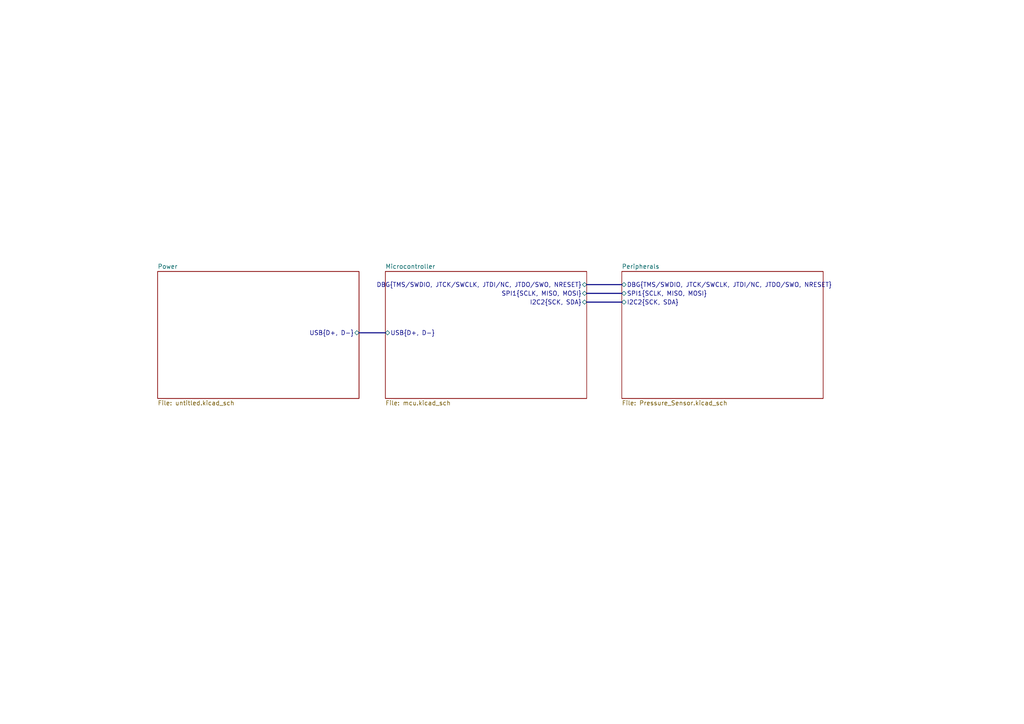
<source format=kicad_sch>
(kicad_sch
	(version 20231120)
	(generator "eeschema")
	(generator_version "8.0")
	(uuid "e52639ab-1647-4d34-8bc5-5aadc4708147")
	(paper "A4")
	(title_block
		(title "Gremlinising")
		(company "StrathGREM Ltd.")
	)
	(lib_symbols)
	(bus
		(pts
			(xy 170.18 85.09) (xy 180.34 85.09)
		)
		(stroke
			(width 0)
			(type default)
		)
		(uuid "15c4cc8f-b5ec-4ae3-add8-62dc7f16c7f5")
	)
	(bus
		(pts
			(xy 170.18 82.55) (xy 180.34 82.55)
		)
		(stroke
			(width 0)
			(type default)
		)
		(uuid "2060dcbf-89fc-4ccd-b906-1a82a054264d")
	)
	(bus
		(pts
			(xy 104.14 96.52) (xy 111.76 96.52)
		)
		(stroke
			(width 0)
			(type default)
		)
		(uuid "6a8387dc-e596-4035-b96e-3a0ab5a204b4")
	)
	(bus
		(pts
			(xy 170.18 87.63) (xy 180.34 87.63)
		)
		(stroke
			(width 0)
			(type default)
		)
		(uuid "c85a41ff-c8f9-4a24-b6c4-08cd9f79d268")
	)
	(sheet
		(at 111.76 78.74)
		(size 58.42 36.83)
		(fields_autoplaced yes)
		(stroke
			(width 0.1524)
			(type solid)
		)
		(fill
			(color 0 0 0 0.0000)
		)
		(uuid "1e23a58f-6de3-4599-8764-fd8b445df38e")
		(property "Sheetname" "Microcontroller"
			(at 111.76 78.0284 0)
			(effects
				(font
					(size 1.27 1.27)
				)
				(justify left bottom)
			)
		)
		(property "Sheetfile" "mcu.kicad_sch"
			(at 111.76 116.1546 0)
			(effects
				(font
					(size 1.27 1.27)
				)
				(justify left top)
			)
		)
		(pin "USB{D+, D-}" bidirectional
			(at 111.76 96.52 180)
			(effects
				(font
					(size 1.27 1.27)
				)
				(justify left)
			)
			(uuid "09a91010-52f5-4cae-8299-2959391df74e")
		)
		(pin "DBG{TMS{slash}SWDIO, JTCK{slash}SWCLK, JTDI{slash}NC, JTDO{slash}SWO, NRESET}"
			bidirectional
			(at 170.18 82.55 0
			)
			(effects
				(font
					(size 1.27 1.27)
				)
				(justify right)
			)
			(uuid "52eb9ee8-c8eb-40cb-bce3-96e1a56d938d")
		)
		(pin "SPI1{SCLK, MISO, MOSI}" bidirectional
			(at 170.18 85.09 0)
			(effects
				(font
					(size 1.27 1.27)
				)
				(justify right)
			)
			(uuid "61e75f85-e73f-4659-8c23-a75d4e1563cc")
		)
		(pin "I2C2{SCK, SDA}" bidirectional
			(at 170.18 87.63 0)
			(effects
				(font
					(size 1.27 1.27)
				)
				(justify right)
			)
			(uuid "c54b6d23-6840-4d40-a8f6-81b09fee8daa")
		)
		(instances
			(project "rev1"
				(path "/e52639ab-1647-4d34-8bc5-5aadc4708147"
					(page "3")
				)
			)
		)
	)
	(sheet
		(at 45.72 78.74)
		(size 58.42 36.83)
		(fields_autoplaced yes)
		(stroke
			(width 0.1524)
			(type solid)
		)
		(fill
			(color 0 0 0 0.0000)
		)
		(uuid "28e3f1a4-a9ec-420d-b6dc-1cdf5f0e43fa")
		(property "Sheetname" "Power"
			(at 45.72 78.0284 0)
			(effects
				(font
					(size 1.27 1.27)
				)
				(justify left bottom)
			)
		)
		(property "Sheetfile" "untitled.kicad_sch"
			(at 45.72 116.1546 0)
			(effects
				(font
					(size 1.27 1.27)
				)
				(justify left top)
			)
		)
		(pin "USB{D+, D-}" bidirectional
			(at 104.14 96.52 0)
			(effects
				(font
					(size 1.27 1.27)
				)
				(justify right)
			)
			(uuid "76100b01-d55e-4fda-a8ad-da6016d1144b")
		)
		(instances
			(project "rev1"
				(path "/e52639ab-1647-4d34-8bc5-5aadc4708147"
					(page "2")
				)
			)
		)
	)
	(sheet
		(at 180.34 78.74)
		(size 58.42 36.83)
		(fields_autoplaced yes)
		(stroke
			(width 0.1524)
			(type solid)
		)
		(fill
			(color 0 0 0 0.0000)
		)
		(uuid "4731d05e-d07c-4651-abf4-57ae8c9dd400")
		(property "Sheetname" "Peripherals"
			(at 180.34 78.0284 0)
			(effects
				(font
					(size 1.27 1.27)
				)
				(justify left bottom)
			)
		)
		(property "Sheetfile" "Pressure_Sensor.kicad_sch"
			(at 180.34 116.1546 0)
			(effects
				(font
					(size 1.27 1.27)
				)
				(justify left top)
			)
		)
		(property "Field2" ""
			(at 180.34 78.74 0)
			(effects
				(font
					(size 1.27 1.27)
				)
				(hide yes)
			)
		)
		(pin "I2C2{SCK, SDA}" bidirectional
			(at 180.34 87.63 180)
			(effects
				(font
					(size 1.27 1.27)
				)
				(justify left)
			)
			(uuid "25c830fa-3102-4dc2-922b-b8a15c4eeaef")
		)
		(pin "DBG{TMS{slash}SWDIO, JTCK{slash}SWCLK, JTDI{slash}NC, JTDO{slash}SWO, NRESET}"
			bidirectional
			(at 180.34 82.55 180
			)
			(effects
				(font
					(size 1.27 1.27)
				)
				(justify left)
			)
			(uuid "00bed655-5952-4274-9f84-b52c68f11d9a")
		)
		(pin "SPI1{SCLK, MISO, MOSI}" bidirectional
			(at 180.34 85.09 180)
			(effects
				(font
					(size 1.27 1.27)
				)
				(justify left)
			)
			(uuid "fc7a2412-891d-4b89-b110-2f457cdc0a3e")
		)
		(instances
			(project "rev1"
				(path "/e52639ab-1647-4d34-8bc5-5aadc4708147"
					(page "4")
				)
			)
		)
	)
	(sheet_instances
		(path "/"
			(page "1")
		)
	)
)

</source>
